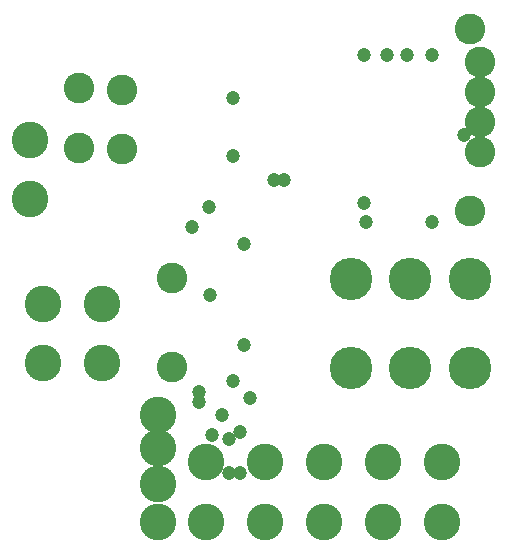
<source format=gbr>
%FSLAX32Y32*%
%MOMM*%
%LNLOETSTOP1*%
G71*
G01*
%ADD10C, 2.60*%
%ADD11C, 3.60*%
%ADD12C, 3.10*%
%ADD13C, 1.20*%
%ADD14C, 2.60*%
%LPD*%
X5409Y6454D02*
G54D10*
D03*
X5409Y5701D02*
G54D10*
D03*
X6922Y5698D02*
G54D11*
D03*
X6922Y6451D02*
G54D11*
D03*
X7424Y5698D02*
G54D11*
D03*
X7424Y6451D02*
G54D11*
D03*
X7926Y5698D02*
G54D11*
D03*
X7926Y6451D02*
G54D11*
D03*
X5691Y4396D02*
G54D12*
D03*
X5691Y4896D02*
G54D12*
D03*
X6191Y4396D02*
G54D12*
D03*
X6191Y4896D02*
G54D12*
D03*
X6691Y4396D02*
G54D12*
D03*
X6691Y4896D02*
G54D12*
D03*
X7191Y4396D02*
G54D12*
D03*
X7191Y4896D02*
G54D12*
D03*
X7691Y4396D02*
G54D12*
D03*
X7691Y4896D02*
G54D12*
D03*
X5286Y5301D02*
G54D12*
D03*
X5286Y5015D02*
G54D12*
D03*
X5286Y4396D02*
G54D12*
D03*
X5636Y5412D02*
G54D13*
D03*
X5636Y5492D02*
G54D13*
D03*
X4985Y8047D02*
G54D14*
D03*
X4985Y7547D02*
G54D14*
D03*
X7931Y8568D02*
G54D14*
D03*
X7931Y7028D02*
G54D14*
D03*
X4811Y6238D02*
G54D12*
D03*
X4811Y5738D02*
G54D12*
D03*
X4311Y6238D02*
G54D12*
D03*
X4311Y5738D02*
G54D12*
D03*
X6271Y7285D02*
G54D13*
D03*
X6350Y7285D02*
G54D13*
D03*
X5731Y6317D02*
G54D13*
D03*
X6017Y5888D02*
G54D13*
D03*
X6017Y6746D02*
G54D13*
D03*
X5826Y5301D02*
G54D13*
D03*
X5985Y5158D02*
G54D13*
D03*
X6064Y5444D02*
G54D13*
D03*
X7604Y8349D02*
G54D13*
D03*
X7604Y6936D02*
G54D13*
D03*
X7398Y8349D02*
G54D13*
D03*
X8017Y8285D02*
G54D14*
D03*
X8017Y8031D02*
G54D14*
D03*
X8017Y7777D02*
G54D14*
D03*
X8017Y7523D02*
G54D14*
D03*
X5572Y6888D02*
G54D13*
D03*
X7874Y7666D02*
G54D13*
D03*
X4620Y8063D02*
G54D14*
D03*
X4620Y7555D02*
G54D14*
D03*
X4207Y7127D02*
G54D12*
D03*
X4207Y7627D02*
G54D12*
D03*
X7033Y7095D02*
G54D13*
D03*
X7048Y6936D02*
G54D13*
D03*
X5715Y7063D02*
G54D13*
D03*
X7223Y8349D02*
G54D13*
D03*
X5985Y4809D02*
G54D13*
D03*
X5286Y4714D02*
G54D12*
D03*
X5890Y4809D02*
G54D13*
D03*
X5890Y5095D02*
G54D13*
D03*
X5921Y5587D02*
G54D13*
D03*
X5747Y5126D02*
G54D13*
D03*
X7033Y8349D02*
G54D13*
D03*
X5921Y7492D02*
G54D13*
D03*
X5921Y7984D02*
G54D13*
D03*
M02*

</source>
